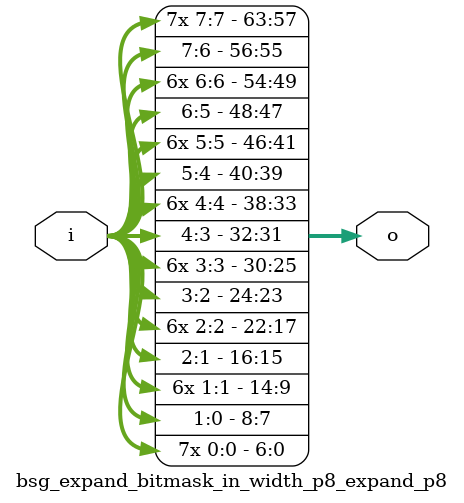
<source format=v>
module bsg_expand_bitmask_in_width_p8_expand_p8(	// /tmp/tmp.BoxG1qvShJ/11198_OpenABC_leaf_level_verilog_gf12_bp_quad_bsg_expand_bitmask_in_width_p8_expand_p8.cleaned.mlir:2:3
  input  [7:0]  i,	// /tmp/tmp.BoxG1qvShJ/11198_OpenABC_leaf_level_verilog_gf12_bp_quad_bsg_expand_bitmask_in_width_p8_expand_p8.cleaned.mlir:2:58
  output [63:0] o	// /tmp/tmp.BoxG1qvShJ/11198_OpenABC_leaf_level_verilog_gf12_bp_quad_bsg_expand_bitmask_in_width_p8_expand_p8.cleaned.mlir:2:71
);

  assign o =
    {{7{i[7]}},
     i[7:6],
     {6{i[6]}},
     i[6:5],
     {6{i[5]}},
     i[5:4],
     {6{i[4]}},
     i[4:3],
     {6{i[3]}},
     i[3:2],
     {6{i[2]}},
     i[2:1],
     {6{i[1]}},
     i[1:0],
     {7{i[0]}}};	// /tmp/tmp.BoxG1qvShJ/11198_OpenABC_leaf_level_verilog_gf12_bp_quad_bsg_expand_bitmask_in_width_p8_expand_p8.cleaned.mlir:3:10, :4:10, :5:10, :6:10, :7:10, :8:10, :9:10, :10:10, :11:10, :12:10, :13:11, :14:11, :15:11, :16:11, :17:11, :18:11, :19:5
endmodule


</source>
